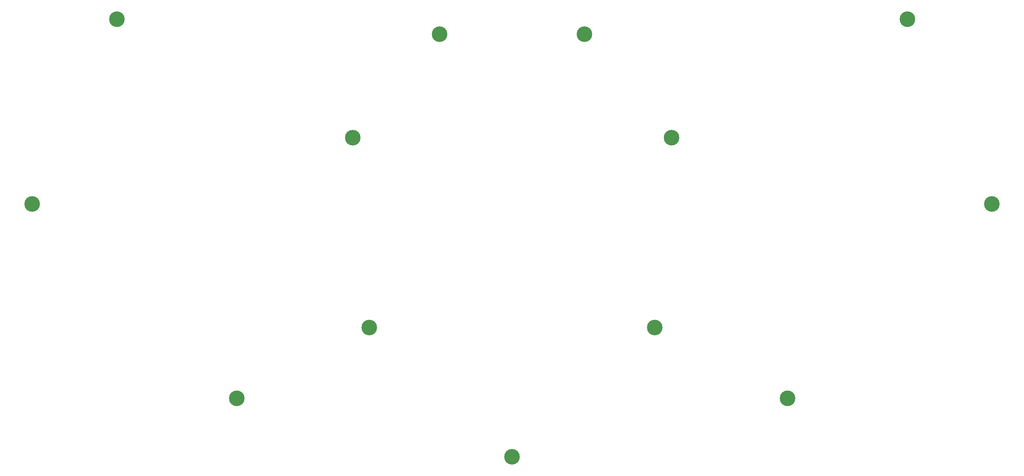
<source format=gbr>
%TF.GenerationSoftware,KiCad,Pcbnew,8.0.1*%
%TF.CreationDate,2024-05-19T15:41:32+09:00*%
%TF.ProjectId,bottom_plate,626f7474-6f6d-45f7-906c-6174652e6b69,v1.0.0*%
%TF.SameCoordinates,Original*%
%TF.FileFunction,Copper,L2,Bot*%
%TF.FilePolarity,Positive*%
%FSLAX46Y46*%
G04 Gerber Fmt 4.6, Leading zero omitted, Abs format (unit mm)*
G04 Created by KiCad (PCBNEW 8.0.1) date 2024-05-19 15:41:32*
%MOMM*%
%LPD*%
G01*
G04 APERTURE LIST*
%TA.AperFunction,ComponentPad*%
%ADD10C,0.700000*%
%TD*%
%TA.AperFunction,ComponentPad*%
%ADD11C,4.400000*%
%TD*%
G04 APERTURE END LIST*
D10*
%TO.P,_1,1*%
%TO.N,N/C*%
X71431234Y-124858079D03*
D11*
X71287427Y-123214358D03*
D10*
X70226827Y-124478331D03*
X72931148Y-123070551D03*
X70023454Y-122153758D03*
X71143620Y-121570637D03*
X69643706Y-123358165D03*
X72551400Y-124274958D03*
X72348027Y-121950385D03*
%TD*%
%TO.P,_2,1*%
%TO.N,N/C*%
X47594949Y-176974288D03*
D11*
X47451142Y-175330567D03*
D10*
X46390542Y-176594540D03*
X49094863Y-175186760D03*
X46187169Y-174269967D03*
X47307335Y-173686846D03*
X45807421Y-175474374D03*
X48715115Y-176391167D03*
X48511742Y-174066594D03*
%TD*%
%TO.P,_3,1*%
%TO.N,N/C*%
X137905785Y-158255643D03*
D11*
X137761978Y-156611922D03*
D10*
X136701378Y-157875895D03*
X139405699Y-156468115D03*
X136498005Y-155551322D03*
X137618171Y-154968201D03*
X136118257Y-156755729D03*
X139025951Y-157672522D03*
X138822578Y-155347949D03*
%TD*%
%TO.P,_4,1*%
%TO.N,N/C*%
X162395992Y-129069349D03*
D11*
X162252185Y-127425628D03*
D10*
X161191585Y-128689601D03*
X163895906Y-127281821D03*
X160988212Y-126365028D03*
X162108378Y-125781907D03*
X160608464Y-127569435D03*
X163516158Y-128486228D03*
X163312785Y-126161655D03*
%TD*%
%TO.P,_5,1*%
%TO.N,N/C*%
X142601870Y-211932144D03*
D11*
X142458063Y-210288423D03*
D10*
X141397463Y-211552396D03*
X144101784Y-210144616D03*
X141194090Y-209227823D03*
X142314256Y-208644702D03*
X140814342Y-210432230D03*
X143722036Y-211349023D03*
X143518663Y-209024450D03*
%TD*%
%TO.P,_6,1*%
%TO.N,N/C*%
X104377986Y-231691493D03*
D11*
X105075306Y-230196085D03*
D10*
X103524813Y-230760418D03*
X106570714Y-230893405D03*
X104510973Y-228645592D03*
X105772626Y-228700677D03*
X103579898Y-229498765D03*
X105639639Y-231746578D03*
X106625799Y-229631752D03*
%TD*%
%TO.P,_7,1*%
%TO.N,N/C*%
X295690041Y-123358165D03*
D11*
X294046320Y-123214358D03*
D10*
X295106920Y-124478331D03*
X294190127Y-121570637D03*
X292782347Y-124274958D03*
X292402599Y-123070551D03*
X293902513Y-124858079D03*
X295310293Y-122153758D03*
X292985720Y-121950385D03*
%TD*%
%TO.P,_8,1*%
%TO.N,N/C*%
X319526326Y-175474374D03*
D11*
X317882605Y-175330567D03*
D10*
X318943205Y-176594540D03*
X318026412Y-173686846D03*
X316618632Y-176391167D03*
X316238884Y-175186760D03*
X317738798Y-176974288D03*
X319146578Y-174269967D03*
X316822005Y-174066594D03*
%TD*%
%TO.P,_9,1*%
%TO.N,N/C*%
X229215491Y-156755729D03*
D11*
X227571770Y-156611922D03*
D10*
X228632370Y-157875895D03*
X227715577Y-154968201D03*
X226307797Y-157672522D03*
X225928049Y-156468115D03*
X227427963Y-158255643D03*
X228835743Y-155551322D03*
X226511170Y-155347949D03*
%TD*%
%TO.P,_10,1*%
%TO.N,N/C*%
X204725283Y-127569435D03*
D11*
X203081562Y-127425628D03*
D10*
X204142162Y-128689601D03*
X203225369Y-125781907D03*
X201817589Y-128486228D03*
X201437841Y-127281821D03*
X202937755Y-129069349D03*
X204345535Y-126365028D03*
X202020962Y-126161655D03*
%TD*%
%TO.P,_11,1*%
%TO.N,N/C*%
X224519405Y-210432230D03*
D11*
X222875684Y-210288423D03*
D10*
X223936284Y-211552396D03*
X223019491Y-208644702D03*
X221611711Y-211349023D03*
X221231963Y-210144616D03*
X222731877Y-211932144D03*
X224139657Y-209227823D03*
X221815084Y-209024450D03*
%TD*%
%TO.P,_12,1*%
%TO.N,N/C*%
X261753849Y-229498765D03*
D11*
X260258441Y-230196085D03*
D10*
X261808934Y-230760418D03*
X259561121Y-228700677D03*
X259694108Y-231746578D03*
X258763033Y-230893405D03*
X260955761Y-231691493D03*
X260822774Y-228645592D03*
X258707948Y-229631752D03*
%TD*%
%TO.P,_13,1*%
%TO.N,N/C*%
X183833600Y-247924941D03*
D11*
X182666874Y-246758215D03*
D10*
X182666874Y-248408215D03*
X183833600Y-245591489D03*
X181016874Y-246758215D03*
X181500148Y-245591489D03*
X181500148Y-247924941D03*
X184316874Y-246758215D03*
X182666874Y-245108215D03*
%TD*%
M02*

</source>
